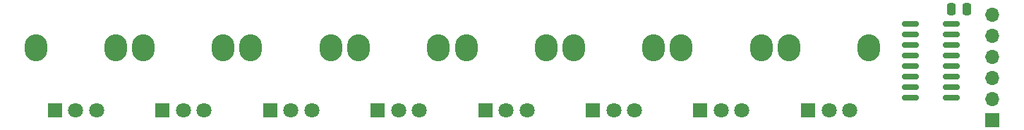
<source format=gbr>
%TF.GenerationSoftware,KiCad,Pcbnew,(6.0.1)*%
%TF.CreationDate,2022-09-16T10:26:10-07:00*%
%TF.ProjectId,8-pots-1-mux-rounded,382d706f-7473-42d3-912d-6d75782d726f,rev?*%
%TF.SameCoordinates,Original*%
%TF.FileFunction,Soldermask,Top*%
%TF.FilePolarity,Negative*%
%FSLAX46Y46*%
G04 Gerber Fmt 4.6, Leading zero omitted, Abs format (unit mm)*
G04 Created by KiCad (PCBNEW (6.0.1)) date 2022-09-16 10:26:10*
%MOMM*%
%LPD*%
G01*
G04 APERTURE LIST*
G04 Aperture macros list*
%AMRoundRect*
0 Rectangle with rounded corners*
0 $1 Rounding radius*
0 $2 $3 $4 $5 $6 $7 $8 $9 X,Y pos of 4 corners*
0 Add a 4 corners polygon primitive as box body*
4,1,4,$2,$3,$4,$5,$6,$7,$8,$9,$2,$3,0*
0 Add four circle primitives for the rounded corners*
1,1,$1+$1,$2,$3*
1,1,$1+$1,$4,$5*
1,1,$1+$1,$6,$7*
1,1,$1+$1,$8,$9*
0 Add four rect primitives between the rounded corners*
20,1,$1+$1,$2,$3,$4,$5,0*
20,1,$1+$1,$4,$5,$6,$7,0*
20,1,$1+$1,$6,$7,$8,$9,0*
20,1,$1+$1,$8,$9,$2,$3,0*%
G04 Aperture macros list end*
%ADD10RoundRect,0.250000X-0.250000X-0.475000X0.250000X-0.475000X0.250000X0.475000X-0.250000X0.475000X0*%
%ADD11O,2.720000X3.240000*%
%ADD12R,1.800000X1.800000*%
%ADD13C,1.800000*%
%ADD14RoundRect,0.150000X-0.825000X-0.150000X0.825000X-0.150000X0.825000X0.150000X-0.825000X0.150000X0*%
%ADD15R,1.700000X1.700000*%
%ADD16O,1.700000X1.700000*%
G04 APERTURE END LIST*
D10*
%TO.C,C1*%
X202180000Y-26780000D03*
X204080000Y-26780000D03*
%TD*%
D11*
%TO.C,RV5*%
X143990000Y-31480000D03*
X153590000Y-31480000D03*
D12*
X146290000Y-38980000D03*
D13*
X148790000Y-38980000D03*
X151290000Y-38980000D03*
%TD*%
D11*
%TO.C,RV6*%
X166480000Y-31480000D03*
X156880000Y-31480000D03*
D12*
X159180000Y-38980000D03*
D13*
X161680000Y-38980000D03*
X164180000Y-38980000D03*
%TD*%
D11*
%TO.C,RV1*%
X92340000Y-31480000D03*
X101940000Y-31480000D03*
D12*
X94640000Y-38980000D03*
D13*
X97140000Y-38980000D03*
X99640000Y-38980000D03*
%TD*%
D11*
%TO.C,RV7*%
X179380000Y-31480000D03*
X169780000Y-31480000D03*
D12*
X172080000Y-38980000D03*
D13*
X174580000Y-38980000D03*
X177080000Y-38980000D03*
%TD*%
D11*
%TO.C,RV3*%
X127750000Y-31480000D03*
X118150000Y-31480000D03*
D12*
X120450000Y-38980000D03*
D13*
X122950000Y-38980000D03*
X125450000Y-38980000D03*
%TD*%
D14*
%TO.C,U1*%
X197245000Y-28605000D03*
X197245000Y-29875000D03*
X197245000Y-31145000D03*
X197245000Y-32415000D03*
X197245000Y-33685000D03*
X197245000Y-34955000D03*
X197245000Y-36225000D03*
X197245000Y-37495000D03*
X202195000Y-37495000D03*
X202195000Y-36225000D03*
X202195000Y-34955000D03*
X202195000Y-33685000D03*
X202195000Y-32415000D03*
X202195000Y-31145000D03*
X202195000Y-29875000D03*
X202195000Y-28605000D03*
%TD*%
D11*
%TO.C,RV8*%
X192300000Y-31480000D03*
X182700000Y-31480000D03*
D12*
X185000000Y-38980000D03*
D13*
X187500000Y-38980000D03*
X190000000Y-38980000D03*
%TD*%
D11*
%TO.C,RV4*%
X131060000Y-31480000D03*
X140660000Y-31480000D03*
D12*
X133360000Y-38980000D03*
D13*
X135860000Y-38980000D03*
X138360000Y-38980000D03*
%TD*%
D15*
%TO.C,J1*%
X207120000Y-40150000D03*
D16*
X207120000Y-37610000D03*
X207120000Y-35070000D03*
X207120000Y-32530000D03*
X207120000Y-29990000D03*
X207120000Y-27450000D03*
%TD*%
D11*
%TO.C,RV2*%
X114840000Y-31480000D03*
X105240000Y-31480000D03*
D12*
X107540000Y-38980000D03*
D13*
X110040000Y-38980000D03*
X112540000Y-38980000D03*
%TD*%
M02*

</source>
